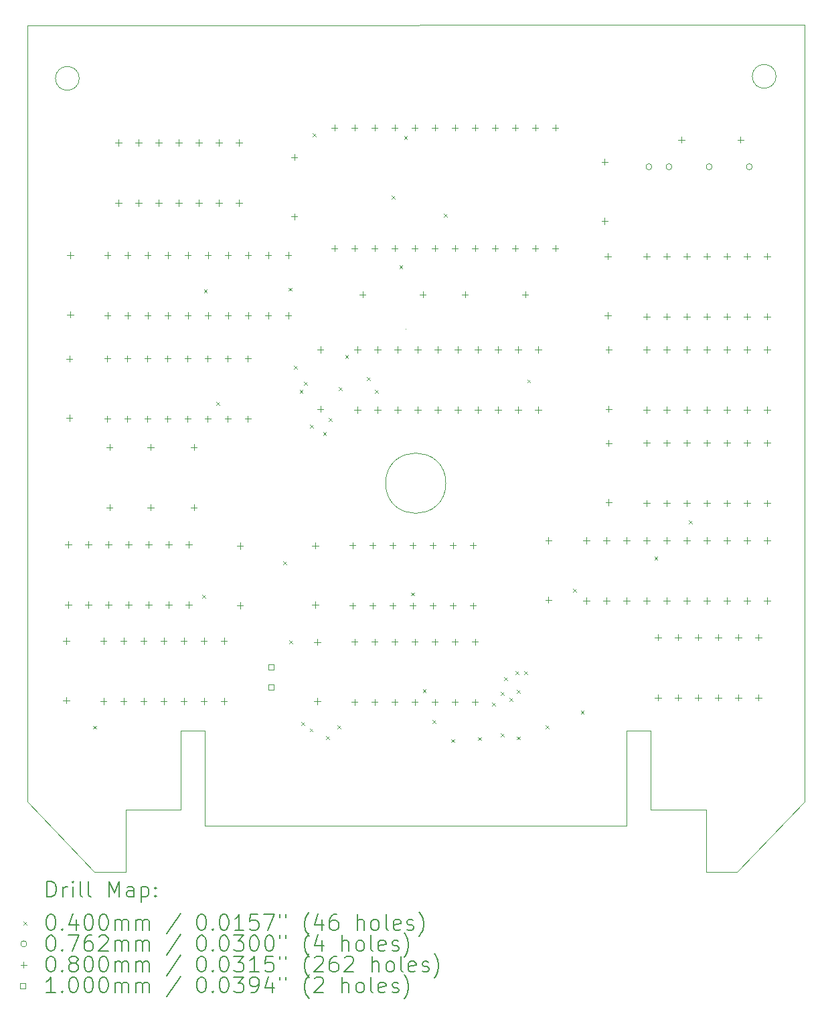
<source format=gbr>
%TF.GenerationSoftware,KiCad,Pcbnew,6.0.9-8da3e8f707~117~ubuntu20.04.1*%
%TF.CreationDate,2023-01-11T13:14:14-05:00*%
%TF.ProjectId,coco9511pak,636f636f-3935-4313-9170-616b2e6b6963,rev?*%
%TF.SameCoordinates,Original*%
%TF.FileFunction,Drillmap*%
%TF.FilePolarity,Positive*%
%FSLAX45Y45*%
G04 Gerber Fmt 4.5, Leading zero omitted, Abs format (unit mm)*
G04 Created by KiCad (PCBNEW 6.0.9-8da3e8f707~117~ubuntu20.04.1) date 2023-01-11 13:14:14*
%MOMM*%
%LPD*%
G01*
G04 APERTURE LIST*
%ADD10C,0.100000*%
%ADD11C,0.200000*%
%ADD12C,0.040000*%
%ADD13C,0.076200*%
%ADD14C,0.080000*%
G04 APERTURE END LIST*
D10*
X3606800Y-16129000D02*
X3911600Y-16129000D01*
X2908300Y-17132300D02*
X3606800Y-17132300D01*
X6451600Y-11049000D02*
G75*
G03*
X6451600Y-11049000I0J0D01*
G01*
X9550400Y-17132300D02*
X9550400Y-16129000D01*
X2514600Y-17919700D02*
X2908300Y-17919700D01*
X3606800Y-17132300D02*
X3606800Y-16129000D01*
X6959600Y-13004800D02*
G75*
G03*
X6959600Y-13004800I-381000J0D01*
G01*
X3911600Y-16129000D02*
X3911600Y-17335500D01*
X3911600Y-17335500D02*
X9245600Y-17335500D01*
X9550400Y-17132300D02*
X10248900Y-17132300D01*
X1663700Y-17034500D02*
X2514600Y-17919700D01*
X11493500Y-7211700D02*
X11493500Y-17030700D01*
X10248900Y-17132300D02*
X10248900Y-17919700D01*
X10248900Y-17919700D02*
X10642600Y-17919700D01*
X10642600Y-17919700D02*
X11493500Y-17030700D01*
X9245600Y-16129000D02*
X9245600Y-17335500D01*
X9245600Y-16129000D02*
X9550400Y-16129000D01*
X2321700Y-7886700D02*
G75*
G03*
X2321700Y-7886700I-150000J0D01*
G01*
X1663700Y-7215500D02*
X11493500Y-7211700D01*
X1663700Y-17034500D02*
X1663700Y-7215500D01*
X11135500Y-7861300D02*
G75*
G03*
X11135500Y-7861300I-150000J0D01*
G01*
X2908300Y-17132300D02*
X2908300Y-17919700D01*
D11*
D12*
X2495890Y-16071490D02*
X2535890Y-16111490D01*
X2535890Y-16071490D02*
X2495890Y-16111490D01*
X3878580Y-14416600D02*
X3918580Y-14456600D01*
X3918580Y-14416600D02*
X3878580Y-14456600D01*
X3899690Y-10552640D02*
X3939690Y-10592640D01*
X3939690Y-10552640D02*
X3899690Y-10592640D01*
X4055700Y-11975840D02*
X4095700Y-12015840D01*
X4095700Y-11975840D02*
X4055700Y-12015840D01*
X4902790Y-13990770D02*
X4942790Y-14030770D01*
X4942790Y-13990770D02*
X4902790Y-14030770D01*
X4968470Y-10533790D02*
X5008470Y-10573790D01*
X5008470Y-10533790D02*
X4968470Y-10573790D01*
X4981650Y-14991400D02*
X5021650Y-15031400D01*
X5021650Y-14991400D02*
X4981650Y-15031400D01*
X5037760Y-11519010D02*
X5077760Y-11559010D01*
X5077760Y-11519010D02*
X5037760Y-11559010D01*
X5110270Y-11825800D02*
X5150270Y-11865800D01*
X5150270Y-11825800D02*
X5110270Y-11865800D01*
X5131200Y-16026470D02*
X5171200Y-16066470D01*
X5171200Y-16026470D02*
X5131200Y-16066470D01*
X5164100Y-11721840D02*
X5204100Y-11761840D01*
X5204100Y-11721840D02*
X5164100Y-11761840D01*
X5236840Y-16105480D02*
X5276840Y-16145480D01*
X5276840Y-16105480D02*
X5236840Y-16145480D01*
X5241240Y-12266860D02*
X5281240Y-12306860D01*
X5281240Y-12266860D02*
X5241240Y-12306860D01*
X5275900Y-8582680D02*
X5315900Y-8622680D01*
X5315900Y-8582680D02*
X5275900Y-8622680D01*
X5407120Y-12356680D02*
X5447120Y-12396680D01*
X5447120Y-12356680D02*
X5407120Y-12396680D01*
X5446240Y-16202170D02*
X5486240Y-16242170D01*
X5486240Y-16202170D02*
X5446240Y-16242170D01*
X5475870Y-12181360D02*
X5515870Y-12221360D01*
X5515870Y-12181360D02*
X5475870Y-12221360D01*
X5586050Y-16064730D02*
X5626050Y-16104730D01*
X5626050Y-16064730D02*
X5586050Y-16104730D01*
X5603520Y-11793370D02*
X5643520Y-11833370D01*
X5643520Y-11793370D02*
X5603520Y-11833370D01*
X5686760Y-11384230D02*
X5726760Y-11424230D01*
X5726760Y-11384230D02*
X5686760Y-11424230D01*
X5961240Y-11666620D02*
X6001240Y-11706620D01*
X6001240Y-11666620D02*
X5961240Y-11706620D01*
X6059970Y-11823500D02*
X6099970Y-11863500D01*
X6099970Y-11823500D02*
X6059970Y-11863500D01*
X6274780Y-9366890D02*
X6314780Y-9406890D01*
X6314780Y-9366890D02*
X6274780Y-9406890D01*
X6370910Y-10248170D02*
X6410910Y-10288170D01*
X6410910Y-10248170D02*
X6370910Y-10288170D01*
X6430170Y-8613460D02*
X6470170Y-8653460D01*
X6470170Y-8613460D02*
X6430170Y-8653460D01*
X6520000Y-14386110D02*
X6560000Y-14426110D01*
X6560000Y-14386110D02*
X6520000Y-14426110D01*
X6667170Y-15612060D02*
X6707170Y-15652060D01*
X6707170Y-15612060D02*
X6667170Y-15652060D01*
X6792300Y-15999080D02*
X6832300Y-16039080D01*
X6832300Y-15999080D02*
X6792300Y-16039080D01*
X6937640Y-9596900D02*
X6977640Y-9636900D01*
X6977640Y-9596900D02*
X6937640Y-9636900D01*
X7028660Y-16241000D02*
X7068660Y-16281000D01*
X7068660Y-16241000D02*
X7028660Y-16281000D01*
X7368350Y-16214250D02*
X7408350Y-16254250D01*
X7408350Y-16214250D02*
X7368350Y-16254250D01*
X7542520Y-15779210D02*
X7582520Y-15819210D01*
X7582520Y-15779210D02*
X7542520Y-15819210D01*
X7656680Y-15645140D02*
X7696680Y-15685140D01*
X7696680Y-15645140D02*
X7656680Y-15685140D01*
X7656680Y-16165220D02*
X7696680Y-16205220D01*
X7696680Y-16165220D02*
X7656680Y-16205220D01*
X7698770Y-15456940D02*
X7738770Y-15496940D01*
X7738770Y-15456940D02*
X7698770Y-15496940D01*
X7765470Y-15717660D02*
X7805470Y-15757660D01*
X7805470Y-15717660D02*
X7765470Y-15757660D01*
X7838580Y-15383740D02*
X7878580Y-15423740D01*
X7878580Y-15383740D02*
X7838580Y-15423740D01*
X7857840Y-15620830D02*
X7897840Y-15660830D01*
X7897840Y-15620830D02*
X7857840Y-15660830D01*
X7857840Y-16205530D02*
X7897840Y-16245530D01*
X7897840Y-16205530D02*
X7857840Y-16245530D01*
X7949240Y-15383060D02*
X7989240Y-15423060D01*
X7989240Y-15383060D02*
X7949240Y-15423060D01*
X7988620Y-11694310D02*
X8028620Y-11734310D01*
X8028620Y-11694310D02*
X7988620Y-11734310D01*
X8222360Y-16064970D02*
X8262360Y-16104970D01*
X8262360Y-16064970D02*
X8222360Y-16104970D01*
X8567470Y-14340630D02*
X8607470Y-14380630D01*
X8607470Y-14340630D02*
X8567470Y-14380630D01*
X8665810Y-15881030D02*
X8705810Y-15921030D01*
X8705810Y-15881030D02*
X8665810Y-15921030D01*
X9598160Y-13930420D02*
X9638160Y-13970420D01*
X9638160Y-13930420D02*
X9598160Y-13970420D01*
X10031950Y-13474670D02*
X10071950Y-13514670D01*
X10071950Y-13474670D02*
X10031950Y-13514670D01*
D13*
X9566200Y-9004300D02*
G75*
G03*
X9566200Y-9004300I-38100J0D01*
G01*
X9820200Y-9004300D02*
G75*
G03*
X9820200Y-9004300I-38100J0D01*
G01*
X10328200Y-9004300D02*
G75*
G03*
X10328200Y-9004300I-38100J0D01*
G01*
X10836200Y-9004300D02*
G75*
G03*
X10836200Y-9004300I-38100J0D01*
G01*
D14*
X2159000Y-14958700D02*
X2159000Y-15038700D01*
X2119000Y-14998700D02*
X2199000Y-14998700D01*
X2159000Y-15708700D02*
X2159000Y-15788700D01*
X2119000Y-15748700D02*
X2199000Y-15748700D01*
X2183900Y-13738500D02*
X2183900Y-13818500D01*
X2143900Y-13778500D02*
X2223900Y-13778500D01*
X2183900Y-14500500D02*
X2183900Y-14580500D01*
X2143900Y-14540500D02*
X2223900Y-14540500D01*
X2197100Y-11390000D02*
X2197100Y-11470000D01*
X2157100Y-11430000D02*
X2237100Y-11430000D01*
X2197100Y-12140000D02*
X2197100Y-12220000D01*
X2157100Y-12180000D02*
X2237100Y-12180000D01*
X2209800Y-10081900D02*
X2209800Y-10161900D01*
X2169800Y-10121900D02*
X2249800Y-10121900D01*
X2209800Y-10831900D02*
X2209800Y-10911900D01*
X2169800Y-10871900D02*
X2249800Y-10871900D01*
X2437900Y-13738500D02*
X2437900Y-13818500D01*
X2397900Y-13778500D02*
X2477900Y-13778500D01*
X2437900Y-14500500D02*
X2437900Y-14580500D01*
X2397900Y-14540500D02*
X2477900Y-14540500D01*
X2628400Y-14957700D02*
X2628400Y-15037700D01*
X2588400Y-14997700D02*
X2668400Y-14997700D01*
X2628400Y-15719700D02*
X2628400Y-15799700D01*
X2588400Y-15759700D02*
X2668400Y-15759700D01*
X2678700Y-11389000D02*
X2678700Y-11469000D01*
X2638700Y-11429000D02*
X2718700Y-11429000D01*
X2678700Y-12151000D02*
X2678700Y-12231000D01*
X2638700Y-12191000D02*
X2718700Y-12191000D01*
X2680200Y-10080900D02*
X2680200Y-10160900D01*
X2640200Y-10120900D02*
X2720200Y-10120900D01*
X2680200Y-10842900D02*
X2680200Y-10922900D01*
X2640200Y-10882900D02*
X2720200Y-10882900D01*
X2691900Y-13738500D02*
X2691900Y-13818500D01*
X2651900Y-13778500D02*
X2731900Y-13778500D01*
X2691900Y-14500500D02*
X2691900Y-14580500D01*
X2651900Y-14540500D02*
X2731900Y-14540500D01*
X2705100Y-12507600D02*
X2705100Y-12587600D01*
X2665100Y-12547600D02*
X2745100Y-12547600D01*
X2705100Y-13269600D02*
X2705100Y-13349600D01*
X2665100Y-13309600D02*
X2745100Y-13309600D01*
X2818900Y-8658500D02*
X2818900Y-8738500D01*
X2778900Y-8698500D02*
X2858900Y-8698500D01*
X2818900Y-9420500D02*
X2818900Y-9500500D01*
X2778900Y-9460500D02*
X2858900Y-9460500D01*
X2882400Y-14957700D02*
X2882400Y-15037700D01*
X2842400Y-14997700D02*
X2922400Y-14997700D01*
X2882400Y-15719700D02*
X2882400Y-15799700D01*
X2842400Y-15759700D02*
X2922400Y-15759700D01*
X2932700Y-11389000D02*
X2932700Y-11469000D01*
X2892700Y-11429000D02*
X2972700Y-11429000D01*
X2932700Y-12151000D02*
X2932700Y-12231000D01*
X2892700Y-12191000D02*
X2972700Y-12191000D01*
X2934200Y-10080900D02*
X2934200Y-10160900D01*
X2894200Y-10120900D02*
X2974200Y-10120900D01*
X2934200Y-10842900D02*
X2934200Y-10922900D01*
X2894200Y-10882900D02*
X2974200Y-10882900D01*
X2945900Y-13738500D02*
X2945900Y-13818500D01*
X2905900Y-13778500D02*
X2985900Y-13778500D01*
X2945900Y-14500500D02*
X2945900Y-14580500D01*
X2905900Y-14540500D02*
X2985900Y-14540500D01*
X3072900Y-8658500D02*
X3072900Y-8738500D01*
X3032900Y-8698500D02*
X3112900Y-8698500D01*
X3072900Y-9420500D02*
X3072900Y-9500500D01*
X3032900Y-9460500D02*
X3112900Y-9460500D01*
X3136400Y-14957700D02*
X3136400Y-15037700D01*
X3096400Y-14997700D02*
X3176400Y-14997700D01*
X3136400Y-15719700D02*
X3136400Y-15799700D01*
X3096400Y-15759700D02*
X3176400Y-15759700D01*
X3186700Y-11389000D02*
X3186700Y-11469000D01*
X3146700Y-11429000D02*
X3226700Y-11429000D01*
X3186700Y-12151000D02*
X3186700Y-12231000D01*
X3146700Y-12191000D02*
X3226700Y-12191000D01*
X3188200Y-10080900D02*
X3188200Y-10160900D01*
X3148200Y-10120900D02*
X3228200Y-10120900D01*
X3188200Y-10842900D02*
X3188200Y-10922900D01*
X3148200Y-10882900D02*
X3228200Y-10882900D01*
X3199900Y-13738500D02*
X3199900Y-13818500D01*
X3159900Y-13778500D02*
X3239900Y-13778500D01*
X3199900Y-14500500D02*
X3199900Y-14580500D01*
X3159900Y-14540500D02*
X3239900Y-14540500D01*
X3225800Y-12507600D02*
X3225800Y-12587600D01*
X3185800Y-12547600D02*
X3265800Y-12547600D01*
X3225800Y-13269600D02*
X3225800Y-13349600D01*
X3185800Y-13309600D02*
X3265800Y-13309600D01*
X3326900Y-8658500D02*
X3326900Y-8738500D01*
X3286900Y-8698500D02*
X3366900Y-8698500D01*
X3326900Y-9420500D02*
X3326900Y-9500500D01*
X3286900Y-9460500D02*
X3366900Y-9460500D01*
X3390400Y-14957700D02*
X3390400Y-15037700D01*
X3350400Y-14997700D02*
X3430400Y-14997700D01*
X3390400Y-15719700D02*
X3390400Y-15799700D01*
X3350400Y-15759700D02*
X3430400Y-15759700D01*
X3440700Y-11389000D02*
X3440700Y-11469000D01*
X3400700Y-11429000D02*
X3480700Y-11429000D01*
X3440700Y-12151000D02*
X3440700Y-12231000D01*
X3400700Y-12191000D02*
X3480700Y-12191000D01*
X3442200Y-10080900D02*
X3442200Y-10160900D01*
X3402200Y-10120900D02*
X3482200Y-10120900D01*
X3442200Y-10842900D02*
X3442200Y-10922900D01*
X3402200Y-10882900D02*
X3482200Y-10882900D01*
X3453900Y-13738500D02*
X3453900Y-13818500D01*
X3413900Y-13778500D02*
X3493900Y-13778500D01*
X3453900Y-14500500D02*
X3453900Y-14580500D01*
X3413900Y-14540500D02*
X3493900Y-14540500D01*
X3580900Y-8658500D02*
X3580900Y-8738500D01*
X3540900Y-8698500D02*
X3620900Y-8698500D01*
X3580900Y-9420500D02*
X3580900Y-9500500D01*
X3540900Y-9460500D02*
X3620900Y-9460500D01*
X3644400Y-14957700D02*
X3644400Y-15037700D01*
X3604400Y-14997700D02*
X3684400Y-14997700D01*
X3644400Y-15719700D02*
X3644400Y-15799700D01*
X3604400Y-15759700D02*
X3684400Y-15759700D01*
X3694700Y-11389000D02*
X3694700Y-11469000D01*
X3654700Y-11429000D02*
X3734700Y-11429000D01*
X3694700Y-12151000D02*
X3694700Y-12231000D01*
X3654700Y-12191000D02*
X3734700Y-12191000D01*
X3696200Y-10080900D02*
X3696200Y-10160900D01*
X3656200Y-10120900D02*
X3736200Y-10120900D01*
X3696200Y-10842900D02*
X3696200Y-10922900D01*
X3656200Y-10882900D02*
X3736200Y-10882900D01*
X3707900Y-13738500D02*
X3707900Y-13818500D01*
X3667900Y-13778500D02*
X3747900Y-13778500D01*
X3707900Y-14500500D02*
X3707900Y-14580500D01*
X3667900Y-14540500D02*
X3747900Y-14540500D01*
X3771900Y-12507600D02*
X3771900Y-12587600D01*
X3731900Y-12547600D02*
X3811900Y-12547600D01*
X3771900Y-13269600D02*
X3771900Y-13349600D01*
X3731900Y-13309600D02*
X3811900Y-13309600D01*
X3834900Y-8658500D02*
X3834900Y-8738500D01*
X3794900Y-8698500D02*
X3874900Y-8698500D01*
X3834900Y-9420500D02*
X3834900Y-9500500D01*
X3794900Y-9460500D02*
X3874900Y-9460500D01*
X3898400Y-14957700D02*
X3898400Y-15037700D01*
X3858400Y-14997700D02*
X3938400Y-14997700D01*
X3898400Y-15719700D02*
X3898400Y-15799700D01*
X3858400Y-15759700D02*
X3938400Y-15759700D01*
X3948700Y-11389000D02*
X3948700Y-11469000D01*
X3908700Y-11429000D02*
X3988700Y-11429000D01*
X3948700Y-12151000D02*
X3948700Y-12231000D01*
X3908700Y-12191000D02*
X3988700Y-12191000D01*
X3950200Y-10080900D02*
X3950200Y-10160900D01*
X3910200Y-10120900D02*
X3990200Y-10120900D01*
X3950200Y-10842900D02*
X3950200Y-10922900D01*
X3910200Y-10882900D02*
X3990200Y-10882900D01*
X4088900Y-8658500D02*
X4088900Y-8738500D01*
X4048900Y-8698500D02*
X4128900Y-8698500D01*
X4088900Y-9420500D02*
X4088900Y-9500500D01*
X4048900Y-9460500D02*
X4128900Y-9460500D01*
X4152400Y-14957700D02*
X4152400Y-15037700D01*
X4112400Y-14997700D02*
X4192400Y-14997700D01*
X4152400Y-15719700D02*
X4152400Y-15799700D01*
X4112400Y-15759700D02*
X4192400Y-15759700D01*
X4202700Y-11389000D02*
X4202700Y-11469000D01*
X4162700Y-11429000D02*
X4242700Y-11429000D01*
X4202700Y-12151000D02*
X4202700Y-12231000D01*
X4162700Y-12191000D02*
X4242700Y-12191000D01*
X4204200Y-10080900D02*
X4204200Y-10160900D01*
X4164200Y-10120900D02*
X4244200Y-10120900D01*
X4204200Y-10842900D02*
X4204200Y-10922900D01*
X4164200Y-10882900D02*
X4244200Y-10882900D01*
X4342900Y-8658500D02*
X4342900Y-8738500D01*
X4302900Y-8698500D02*
X4382900Y-8698500D01*
X4342900Y-9420500D02*
X4342900Y-9500500D01*
X4302900Y-9460500D02*
X4382900Y-9460500D01*
X4356100Y-13758200D02*
X4356100Y-13838200D01*
X4316100Y-13798200D02*
X4396100Y-13798200D01*
X4356100Y-14508200D02*
X4356100Y-14588200D01*
X4316100Y-14548200D02*
X4396100Y-14548200D01*
X4456700Y-11389000D02*
X4456700Y-11469000D01*
X4416700Y-11429000D02*
X4496700Y-11429000D01*
X4456700Y-12151000D02*
X4456700Y-12231000D01*
X4416700Y-12191000D02*
X4496700Y-12191000D01*
X4458200Y-10080900D02*
X4458200Y-10160900D01*
X4418200Y-10120900D02*
X4498200Y-10120900D01*
X4458200Y-10842900D02*
X4458200Y-10922900D01*
X4418200Y-10882900D02*
X4498200Y-10882900D01*
X4712200Y-10080900D02*
X4712200Y-10160900D01*
X4672200Y-10120900D02*
X4752200Y-10120900D01*
X4712200Y-10842900D02*
X4712200Y-10922900D01*
X4672200Y-10882900D02*
X4752200Y-10882900D01*
X4966200Y-10080900D02*
X4966200Y-10160900D01*
X4926200Y-10120900D02*
X5006200Y-10120900D01*
X4966200Y-10842900D02*
X4966200Y-10922900D01*
X4926200Y-10882900D02*
X5006200Y-10882900D01*
X5041900Y-8843300D02*
X5041900Y-8923300D01*
X5001900Y-8883300D02*
X5081900Y-8883300D01*
X5041900Y-9593300D02*
X5041900Y-9673300D01*
X5001900Y-9633300D02*
X5081900Y-9633300D01*
X5308600Y-13752200D02*
X5308600Y-13832200D01*
X5268600Y-13792200D02*
X5348600Y-13792200D01*
X5308600Y-14502200D02*
X5308600Y-14582200D01*
X5268600Y-14542200D02*
X5348600Y-14542200D01*
X5334000Y-14971400D02*
X5334000Y-15051400D01*
X5294000Y-15011400D02*
X5374000Y-15011400D01*
X5334000Y-15721400D02*
X5334000Y-15801400D01*
X5294000Y-15761400D02*
X5374000Y-15761400D01*
X5372100Y-11275700D02*
X5372100Y-11355700D01*
X5332100Y-11315700D02*
X5412100Y-11315700D01*
X5372100Y-12025700D02*
X5372100Y-12105700D01*
X5332100Y-12065700D02*
X5412100Y-12065700D01*
X5549900Y-8469000D02*
X5549900Y-8549000D01*
X5509900Y-8509000D02*
X5589900Y-8509000D01*
X5549900Y-9993000D02*
X5549900Y-10073000D01*
X5509900Y-10033000D02*
X5589900Y-10033000D01*
X5778000Y-13751200D02*
X5778000Y-13831200D01*
X5738000Y-13791200D02*
X5818000Y-13791200D01*
X5778000Y-14513200D02*
X5778000Y-14593200D01*
X5738000Y-14553200D02*
X5818000Y-14553200D01*
X5803400Y-14970400D02*
X5803400Y-15050400D01*
X5763400Y-15010400D02*
X5843400Y-15010400D01*
X5803400Y-15732400D02*
X5803400Y-15812400D01*
X5763400Y-15772400D02*
X5843400Y-15772400D01*
X5803900Y-8469000D02*
X5803900Y-8549000D01*
X5763900Y-8509000D02*
X5843900Y-8509000D01*
X5803900Y-9993000D02*
X5803900Y-10073000D01*
X5763900Y-10033000D02*
X5843900Y-10033000D01*
X5842500Y-11274700D02*
X5842500Y-11354700D01*
X5802500Y-11314700D02*
X5882500Y-11314700D01*
X5842500Y-12036700D02*
X5842500Y-12116700D01*
X5802500Y-12076700D02*
X5882500Y-12076700D01*
X5905500Y-10577200D02*
X5905500Y-10657200D01*
X5865500Y-10617200D02*
X5945500Y-10617200D01*
X6032000Y-13751200D02*
X6032000Y-13831200D01*
X5992000Y-13791200D02*
X6072000Y-13791200D01*
X6032000Y-14513200D02*
X6032000Y-14593200D01*
X5992000Y-14553200D02*
X6072000Y-14553200D01*
X6057400Y-14970400D02*
X6057400Y-15050400D01*
X6017400Y-15010400D02*
X6097400Y-15010400D01*
X6057400Y-15732400D02*
X6057400Y-15812400D01*
X6017400Y-15772400D02*
X6097400Y-15772400D01*
X6057900Y-8469000D02*
X6057900Y-8549000D01*
X6017900Y-8509000D02*
X6097900Y-8509000D01*
X6057900Y-9993000D02*
X6057900Y-10073000D01*
X6017900Y-10033000D02*
X6097900Y-10033000D01*
X6096500Y-11274700D02*
X6096500Y-11354700D01*
X6056500Y-11314700D02*
X6136500Y-11314700D01*
X6096500Y-12036700D02*
X6096500Y-12116700D01*
X6056500Y-12076700D02*
X6136500Y-12076700D01*
X6286000Y-13751200D02*
X6286000Y-13831200D01*
X6246000Y-13791200D02*
X6326000Y-13791200D01*
X6286000Y-14513200D02*
X6286000Y-14593200D01*
X6246000Y-14553200D02*
X6326000Y-14553200D01*
X6311400Y-14970400D02*
X6311400Y-15050400D01*
X6271400Y-15010400D02*
X6351400Y-15010400D01*
X6311400Y-15732400D02*
X6311400Y-15812400D01*
X6271400Y-15772400D02*
X6351400Y-15772400D01*
X6311900Y-8469000D02*
X6311900Y-8549000D01*
X6271900Y-8509000D02*
X6351900Y-8509000D01*
X6311900Y-9993000D02*
X6311900Y-10073000D01*
X6271900Y-10033000D02*
X6351900Y-10033000D01*
X6350500Y-11274700D02*
X6350500Y-11354700D01*
X6310500Y-11314700D02*
X6390500Y-11314700D01*
X6350500Y-12036700D02*
X6350500Y-12116700D01*
X6310500Y-12076700D02*
X6390500Y-12076700D01*
X6540000Y-13751200D02*
X6540000Y-13831200D01*
X6500000Y-13791200D02*
X6580000Y-13791200D01*
X6540000Y-14513200D02*
X6540000Y-14593200D01*
X6500000Y-14553200D02*
X6580000Y-14553200D01*
X6565400Y-14970400D02*
X6565400Y-15050400D01*
X6525400Y-15010400D02*
X6605400Y-15010400D01*
X6565400Y-15732400D02*
X6565400Y-15812400D01*
X6525400Y-15772400D02*
X6605400Y-15772400D01*
X6565900Y-8469000D02*
X6565900Y-8549000D01*
X6525900Y-8509000D02*
X6605900Y-8509000D01*
X6565900Y-9993000D02*
X6565900Y-10073000D01*
X6525900Y-10033000D02*
X6605900Y-10033000D01*
X6604500Y-11274700D02*
X6604500Y-11354700D01*
X6564500Y-11314700D02*
X6644500Y-11314700D01*
X6604500Y-12036700D02*
X6604500Y-12116700D01*
X6564500Y-12076700D02*
X6644500Y-12076700D01*
X6667500Y-10577200D02*
X6667500Y-10657200D01*
X6627500Y-10617200D02*
X6707500Y-10617200D01*
X6794000Y-13751200D02*
X6794000Y-13831200D01*
X6754000Y-13791200D02*
X6834000Y-13791200D01*
X6794000Y-14513200D02*
X6794000Y-14593200D01*
X6754000Y-14553200D02*
X6834000Y-14553200D01*
X6819400Y-14970400D02*
X6819400Y-15050400D01*
X6779400Y-15010400D02*
X6859400Y-15010400D01*
X6819400Y-15732400D02*
X6819400Y-15812400D01*
X6779400Y-15772400D02*
X6859400Y-15772400D01*
X6819900Y-8469000D02*
X6819900Y-8549000D01*
X6779900Y-8509000D02*
X6859900Y-8509000D01*
X6819900Y-9993000D02*
X6819900Y-10073000D01*
X6779900Y-10033000D02*
X6859900Y-10033000D01*
X6858500Y-11274700D02*
X6858500Y-11354700D01*
X6818500Y-11314700D02*
X6898500Y-11314700D01*
X6858500Y-12036700D02*
X6858500Y-12116700D01*
X6818500Y-12076700D02*
X6898500Y-12076700D01*
X7048000Y-13751200D02*
X7048000Y-13831200D01*
X7008000Y-13791200D02*
X7088000Y-13791200D01*
X7048000Y-14513200D02*
X7048000Y-14593200D01*
X7008000Y-14553200D02*
X7088000Y-14553200D01*
X7073400Y-14970400D02*
X7073400Y-15050400D01*
X7033400Y-15010400D02*
X7113400Y-15010400D01*
X7073400Y-15732400D02*
X7073400Y-15812400D01*
X7033400Y-15772400D02*
X7113400Y-15772400D01*
X7073900Y-8469000D02*
X7073900Y-8549000D01*
X7033900Y-8509000D02*
X7113900Y-8509000D01*
X7073900Y-9993000D02*
X7073900Y-10073000D01*
X7033900Y-10033000D02*
X7113900Y-10033000D01*
X7112500Y-11274700D02*
X7112500Y-11354700D01*
X7072500Y-11314700D02*
X7152500Y-11314700D01*
X7112500Y-12036700D02*
X7112500Y-12116700D01*
X7072500Y-12076700D02*
X7152500Y-12076700D01*
X7200900Y-10577200D02*
X7200900Y-10657200D01*
X7160900Y-10617200D02*
X7240900Y-10617200D01*
X7302000Y-13751200D02*
X7302000Y-13831200D01*
X7262000Y-13791200D02*
X7342000Y-13791200D01*
X7302000Y-14513200D02*
X7302000Y-14593200D01*
X7262000Y-14553200D02*
X7342000Y-14553200D01*
X7327400Y-14970400D02*
X7327400Y-15050400D01*
X7287400Y-15010400D02*
X7367400Y-15010400D01*
X7327400Y-15732400D02*
X7327400Y-15812400D01*
X7287400Y-15772400D02*
X7367400Y-15772400D01*
X7327900Y-8469000D02*
X7327900Y-8549000D01*
X7287900Y-8509000D02*
X7367900Y-8509000D01*
X7327900Y-9993000D02*
X7327900Y-10073000D01*
X7287900Y-10033000D02*
X7367900Y-10033000D01*
X7366500Y-11274700D02*
X7366500Y-11354700D01*
X7326500Y-11314700D02*
X7406500Y-11314700D01*
X7366500Y-12036700D02*
X7366500Y-12116700D01*
X7326500Y-12076700D02*
X7406500Y-12076700D01*
X7581900Y-8469000D02*
X7581900Y-8549000D01*
X7541900Y-8509000D02*
X7621900Y-8509000D01*
X7581900Y-9993000D02*
X7581900Y-10073000D01*
X7541900Y-10033000D02*
X7621900Y-10033000D01*
X7620500Y-11274700D02*
X7620500Y-11354700D01*
X7580500Y-11314700D02*
X7660500Y-11314700D01*
X7620500Y-12036700D02*
X7620500Y-12116700D01*
X7580500Y-12076700D02*
X7660500Y-12076700D01*
X7835900Y-8469000D02*
X7835900Y-8549000D01*
X7795900Y-8509000D02*
X7875900Y-8509000D01*
X7835900Y-9993000D02*
X7835900Y-10073000D01*
X7795900Y-10033000D02*
X7875900Y-10033000D01*
X7874500Y-11274700D02*
X7874500Y-11354700D01*
X7834500Y-11314700D02*
X7914500Y-11314700D01*
X7874500Y-12036700D02*
X7874500Y-12116700D01*
X7834500Y-12076700D02*
X7914500Y-12076700D01*
X7962900Y-10577200D02*
X7962900Y-10657200D01*
X7922900Y-10617200D02*
X8002900Y-10617200D01*
X8089900Y-8469000D02*
X8089900Y-8549000D01*
X8049900Y-8509000D02*
X8129900Y-8509000D01*
X8089900Y-9993000D02*
X8089900Y-10073000D01*
X8049900Y-10033000D02*
X8129900Y-10033000D01*
X8128500Y-11274700D02*
X8128500Y-11354700D01*
X8088500Y-11314700D02*
X8168500Y-11314700D01*
X8128500Y-12036700D02*
X8128500Y-12116700D01*
X8088500Y-12076700D02*
X8168500Y-12076700D01*
X8258100Y-13688700D02*
X8258100Y-13768700D01*
X8218100Y-13728700D02*
X8298100Y-13728700D01*
X8258100Y-14438700D02*
X8258100Y-14518700D01*
X8218100Y-14478700D02*
X8298100Y-14478700D01*
X8343900Y-8469000D02*
X8343900Y-8549000D01*
X8303900Y-8509000D02*
X8383900Y-8509000D01*
X8343900Y-9993000D02*
X8343900Y-10073000D01*
X8303900Y-10033000D02*
X8383900Y-10033000D01*
X8737600Y-13688700D02*
X8737600Y-13768700D01*
X8697600Y-13728700D02*
X8777600Y-13728700D01*
X8737600Y-14450700D02*
X8737600Y-14530700D01*
X8697600Y-14490700D02*
X8777600Y-14490700D01*
X8969300Y-8900800D02*
X8969300Y-8980800D01*
X8929300Y-8940800D02*
X9009300Y-8940800D01*
X8969300Y-9650800D02*
X8969300Y-9730800D01*
X8929300Y-9690800D02*
X9009300Y-9690800D01*
X8991600Y-13688700D02*
X8991600Y-13768700D01*
X8951600Y-13728700D02*
X9031600Y-13728700D01*
X8991600Y-14450700D02*
X8991600Y-14530700D01*
X8951600Y-14490700D02*
X9031600Y-14490700D01*
X9007400Y-10094600D02*
X9007400Y-10174600D01*
X8967400Y-10134600D02*
X9047400Y-10134600D01*
X9007400Y-10844600D02*
X9007400Y-10924600D01*
X8967400Y-10884600D02*
X9047400Y-10884600D01*
X9020100Y-11275700D02*
X9020100Y-11355700D01*
X8980100Y-11315700D02*
X9060100Y-11315700D01*
X9020100Y-12025700D02*
X9020100Y-12105700D01*
X8980100Y-12065700D02*
X9060100Y-12065700D01*
X9020100Y-12456800D02*
X9020100Y-12536800D01*
X8980100Y-12496800D02*
X9060100Y-12496800D01*
X9020100Y-13206800D02*
X9020100Y-13286800D01*
X8980100Y-13246800D02*
X9060100Y-13246800D01*
X9245600Y-13688700D02*
X9245600Y-13768700D01*
X9205600Y-13728700D02*
X9285600Y-13728700D01*
X9245600Y-14450700D02*
X9245600Y-14530700D01*
X9205600Y-14490700D02*
X9285600Y-14490700D01*
X9497600Y-10094600D02*
X9497600Y-10174600D01*
X9457600Y-10134600D02*
X9537600Y-10134600D01*
X9497600Y-10856600D02*
X9497600Y-10936600D01*
X9457600Y-10896600D02*
X9537600Y-10896600D01*
X9497600Y-11274700D02*
X9497600Y-11354700D01*
X9457600Y-11314700D02*
X9537600Y-11314700D01*
X9497600Y-12036700D02*
X9497600Y-12116700D01*
X9457600Y-12076700D02*
X9537600Y-12076700D01*
X9497600Y-12455800D02*
X9497600Y-12535800D01*
X9457600Y-12495800D02*
X9537600Y-12495800D01*
X9497600Y-13217800D02*
X9497600Y-13297800D01*
X9457600Y-13257800D02*
X9537600Y-13257800D01*
X9499600Y-13688700D02*
X9499600Y-13768700D01*
X9459600Y-13728700D02*
X9539600Y-13728700D01*
X9499600Y-14450700D02*
X9499600Y-14530700D01*
X9459600Y-14490700D02*
X9539600Y-14490700D01*
X9642600Y-14912150D02*
X9642600Y-14992150D01*
X9602600Y-14952150D02*
X9682600Y-14952150D01*
X9642600Y-15674150D02*
X9642600Y-15754150D01*
X9602600Y-15714150D02*
X9682600Y-15714150D01*
X9751600Y-10094600D02*
X9751600Y-10174600D01*
X9711600Y-10134600D02*
X9791600Y-10134600D01*
X9751600Y-10856600D02*
X9751600Y-10936600D01*
X9711600Y-10896600D02*
X9791600Y-10896600D01*
X9751600Y-11274700D02*
X9751600Y-11354700D01*
X9711600Y-11314700D02*
X9791600Y-11314700D01*
X9751600Y-12036700D02*
X9751600Y-12116700D01*
X9711600Y-12076700D02*
X9791600Y-12076700D01*
X9751600Y-12455800D02*
X9751600Y-12535800D01*
X9711600Y-12495800D02*
X9791600Y-12495800D01*
X9751600Y-13217800D02*
X9751600Y-13297800D01*
X9711600Y-13257800D02*
X9791600Y-13257800D01*
X9753600Y-13688700D02*
X9753600Y-13768700D01*
X9713600Y-13728700D02*
X9793600Y-13728700D01*
X9753600Y-14450700D02*
X9753600Y-14530700D01*
X9713600Y-14490700D02*
X9793600Y-14490700D01*
X9896600Y-14912150D02*
X9896600Y-14992150D01*
X9856600Y-14952150D02*
X9936600Y-14952150D01*
X9896600Y-15674150D02*
X9896600Y-15754150D01*
X9856600Y-15714150D02*
X9936600Y-15714150D01*
X9937400Y-8621400D02*
X9937400Y-8701400D01*
X9897400Y-8661400D02*
X9977400Y-8661400D01*
X10005600Y-10094600D02*
X10005600Y-10174600D01*
X9965600Y-10134600D02*
X10045600Y-10134600D01*
X10005600Y-10856600D02*
X10005600Y-10936600D01*
X9965600Y-10896600D02*
X10045600Y-10896600D01*
X10005600Y-11274700D02*
X10005600Y-11354700D01*
X9965600Y-11314700D02*
X10045600Y-11314700D01*
X10005600Y-12036700D02*
X10005600Y-12116700D01*
X9965600Y-12076700D02*
X10045600Y-12076700D01*
X10005600Y-12455800D02*
X10005600Y-12535800D01*
X9965600Y-12495800D02*
X10045600Y-12495800D01*
X10005600Y-13217800D02*
X10005600Y-13297800D01*
X9965600Y-13257800D02*
X10045600Y-13257800D01*
X10007600Y-13688700D02*
X10007600Y-13768700D01*
X9967600Y-13728700D02*
X10047600Y-13728700D01*
X10007600Y-14450700D02*
X10007600Y-14530700D01*
X9967600Y-14490700D02*
X10047600Y-14490700D01*
X10150600Y-14912150D02*
X10150600Y-14992150D01*
X10110600Y-14952150D02*
X10190600Y-14952150D01*
X10150600Y-15674150D02*
X10150600Y-15754150D01*
X10110600Y-15714150D02*
X10190600Y-15714150D01*
X10259600Y-10094600D02*
X10259600Y-10174600D01*
X10219600Y-10134600D02*
X10299600Y-10134600D01*
X10259600Y-10856600D02*
X10259600Y-10936600D01*
X10219600Y-10896600D02*
X10299600Y-10896600D01*
X10259600Y-11274700D02*
X10259600Y-11354700D01*
X10219600Y-11314700D02*
X10299600Y-11314700D01*
X10259600Y-12036700D02*
X10259600Y-12116700D01*
X10219600Y-12076700D02*
X10299600Y-12076700D01*
X10259600Y-12455800D02*
X10259600Y-12535800D01*
X10219600Y-12495800D02*
X10299600Y-12495800D01*
X10259600Y-13217800D02*
X10259600Y-13297800D01*
X10219600Y-13257800D02*
X10299600Y-13257800D01*
X10261600Y-13688700D02*
X10261600Y-13768700D01*
X10221600Y-13728700D02*
X10301600Y-13728700D01*
X10261600Y-14450700D02*
X10261600Y-14530700D01*
X10221600Y-14490700D02*
X10301600Y-14490700D01*
X10404600Y-14912150D02*
X10404600Y-14992150D01*
X10364600Y-14952150D02*
X10444600Y-14952150D01*
X10404600Y-15674150D02*
X10404600Y-15754150D01*
X10364600Y-15714150D02*
X10444600Y-15714150D01*
X10513600Y-10094600D02*
X10513600Y-10174600D01*
X10473600Y-10134600D02*
X10553600Y-10134600D01*
X10513600Y-10856600D02*
X10513600Y-10936600D01*
X10473600Y-10896600D02*
X10553600Y-10896600D01*
X10513600Y-11274700D02*
X10513600Y-11354700D01*
X10473600Y-11314700D02*
X10553600Y-11314700D01*
X10513600Y-12036700D02*
X10513600Y-12116700D01*
X10473600Y-12076700D02*
X10553600Y-12076700D01*
X10513600Y-12455800D02*
X10513600Y-12535800D01*
X10473600Y-12495800D02*
X10553600Y-12495800D01*
X10513600Y-13217800D02*
X10513600Y-13297800D01*
X10473600Y-13257800D02*
X10553600Y-13257800D01*
X10515600Y-13688700D02*
X10515600Y-13768700D01*
X10475600Y-13728700D02*
X10555600Y-13728700D01*
X10515600Y-14450700D02*
X10515600Y-14530700D01*
X10475600Y-14490700D02*
X10555600Y-14490700D01*
X10658600Y-14912150D02*
X10658600Y-14992150D01*
X10618600Y-14952150D02*
X10698600Y-14952150D01*
X10658600Y-15674150D02*
X10658600Y-15754150D01*
X10618600Y-15714150D02*
X10698600Y-15714150D01*
X10687400Y-8621400D02*
X10687400Y-8701400D01*
X10647400Y-8661400D02*
X10727400Y-8661400D01*
X10767600Y-10094600D02*
X10767600Y-10174600D01*
X10727600Y-10134600D02*
X10807600Y-10134600D01*
X10767600Y-10856600D02*
X10767600Y-10936600D01*
X10727600Y-10896600D02*
X10807600Y-10896600D01*
X10767600Y-11274700D02*
X10767600Y-11354700D01*
X10727600Y-11314700D02*
X10807600Y-11314700D01*
X10767600Y-12036700D02*
X10767600Y-12116700D01*
X10727600Y-12076700D02*
X10807600Y-12076700D01*
X10767600Y-12455800D02*
X10767600Y-12535800D01*
X10727600Y-12495800D02*
X10807600Y-12495800D01*
X10767600Y-13217800D02*
X10767600Y-13297800D01*
X10727600Y-13257800D02*
X10807600Y-13257800D01*
X10769600Y-13688700D02*
X10769600Y-13768700D01*
X10729600Y-13728700D02*
X10809600Y-13728700D01*
X10769600Y-14450700D02*
X10769600Y-14530700D01*
X10729600Y-14490700D02*
X10809600Y-14490700D01*
X10912600Y-14912150D02*
X10912600Y-14992150D01*
X10872600Y-14952150D02*
X10952600Y-14952150D01*
X10912600Y-15674150D02*
X10912600Y-15754150D01*
X10872600Y-15714150D02*
X10952600Y-15714150D01*
X11021600Y-10094600D02*
X11021600Y-10174600D01*
X10981600Y-10134600D02*
X11061600Y-10134600D01*
X11021600Y-10856600D02*
X11021600Y-10936600D01*
X10981600Y-10896600D02*
X11061600Y-10896600D01*
X11021600Y-11274700D02*
X11021600Y-11354700D01*
X10981600Y-11314700D02*
X11061600Y-11314700D01*
X11021600Y-12036700D02*
X11021600Y-12116700D01*
X10981600Y-12076700D02*
X11061600Y-12076700D01*
X11021600Y-12455800D02*
X11021600Y-12535800D01*
X10981600Y-12495800D02*
X11061600Y-12495800D01*
X11021600Y-13217800D02*
X11021600Y-13297800D01*
X10981600Y-13257800D02*
X11061600Y-13257800D01*
X11023600Y-13688700D02*
X11023600Y-13768700D01*
X10983600Y-13728700D02*
X11063600Y-13728700D01*
X11023600Y-14450700D02*
X11023600Y-14530700D01*
X10983600Y-14490700D02*
X11063600Y-14490700D01*
D10*
X4785156Y-15364756D02*
X4785156Y-15294044D01*
X4714444Y-15294044D01*
X4714444Y-15364756D01*
X4785156Y-15364756D01*
X4785156Y-15618756D02*
X4785156Y-15548044D01*
X4714444Y-15548044D01*
X4714444Y-15618756D01*
X4785156Y-15618756D01*
D11*
X1916319Y-18235176D02*
X1916319Y-18035176D01*
X1963938Y-18035176D01*
X1992509Y-18044700D01*
X2011557Y-18063748D01*
X2021081Y-18082795D01*
X2030605Y-18120890D01*
X2030605Y-18149462D01*
X2021081Y-18187557D01*
X2011557Y-18206605D01*
X1992509Y-18225652D01*
X1963938Y-18235176D01*
X1916319Y-18235176D01*
X2116319Y-18235176D02*
X2116319Y-18101843D01*
X2116319Y-18139938D02*
X2125843Y-18120890D01*
X2135367Y-18111367D01*
X2154414Y-18101843D01*
X2173462Y-18101843D01*
X2240129Y-18235176D02*
X2240129Y-18101843D01*
X2240129Y-18035176D02*
X2230605Y-18044700D01*
X2240129Y-18054224D01*
X2249652Y-18044700D01*
X2240129Y-18035176D01*
X2240129Y-18054224D01*
X2363938Y-18235176D02*
X2344890Y-18225652D01*
X2335367Y-18206605D01*
X2335367Y-18035176D01*
X2468700Y-18235176D02*
X2449652Y-18225652D01*
X2440129Y-18206605D01*
X2440129Y-18035176D01*
X2697271Y-18235176D02*
X2697271Y-18035176D01*
X2763938Y-18178033D01*
X2830605Y-18035176D01*
X2830605Y-18235176D01*
X3011557Y-18235176D02*
X3011557Y-18130414D01*
X3002033Y-18111367D01*
X2982986Y-18101843D01*
X2944890Y-18101843D01*
X2925843Y-18111367D01*
X3011557Y-18225652D02*
X2992509Y-18235176D01*
X2944890Y-18235176D01*
X2925843Y-18225652D01*
X2916319Y-18206605D01*
X2916319Y-18187557D01*
X2925843Y-18168510D01*
X2944890Y-18158986D01*
X2992509Y-18158986D01*
X3011557Y-18149462D01*
X3106795Y-18101843D02*
X3106795Y-18301843D01*
X3106795Y-18111367D02*
X3125843Y-18101843D01*
X3163938Y-18101843D01*
X3182986Y-18111367D01*
X3192509Y-18120890D01*
X3202033Y-18139938D01*
X3202033Y-18197081D01*
X3192509Y-18216129D01*
X3182986Y-18225652D01*
X3163938Y-18235176D01*
X3125843Y-18235176D01*
X3106795Y-18225652D01*
X3287748Y-18216129D02*
X3297271Y-18225652D01*
X3287748Y-18235176D01*
X3278224Y-18225652D01*
X3287748Y-18216129D01*
X3287748Y-18235176D01*
X3287748Y-18111367D02*
X3297271Y-18120890D01*
X3287748Y-18130414D01*
X3278224Y-18120890D01*
X3287748Y-18111367D01*
X3287748Y-18130414D01*
D12*
X1618700Y-18544700D02*
X1658700Y-18584700D01*
X1658700Y-18544700D02*
X1618700Y-18584700D01*
D11*
X1954414Y-18455176D02*
X1973462Y-18455176D01*
X1992509Y-18464700D01*
X2002033Y-18474224D01*
X2011557Y-18493271D01*
X2021081Y-18531367D01*
X2021081Y-18578986D01*
X2011557Y-18617081D01*
X2002033Y-18636129D01*
X1992509Y-18645652D01*
X1973462Y-18655176D01*
X1954414Y-18655176D01*
X1935367Y-18645652D01*
X1925843Y-18636129D01*
X1916319Y-18617081D01*
X1906795Y-18578986D01*
X1906795Y-18531367D01*
X1916319Y-18493271D01*
X1925843Y-18474224D01*
X1935367Y-18464700D01*
X1954414Y-18455176D01*
X2106795Y-18636129D02*
X2116319Y-18645652D01*
X2106795Y-18655176D01*
X2097271Y-18645652D01*
X2106795Y-18636129D01*
X2106795Y-18655176D01*
X2287748Y-18521843D02*
X2287748Y-18655176D01*
X2240129Y-18445652D02*
X2192510Y-18588510D01*
X2316319Y-18588510D01*
X2430605Y-18455176D02*
X2449652Y-18455176D01*
X2468700Y-18464700D01*
X2478224Y-18474224D01*
X2487748Y-18493271D01*
X2497271Y-18531367D01*
X2497271Y-18578986D01*
X2487748Y-18617081D01*
X2478224Y-18636129D01*
X2468700Y-18645652D01*
X2449652Y-18655176D01*
X2430605Y-18655176D01*
X2411557Y-18645652D01*
X2402033Y-18636129D01*
X2392510Y-18617081D01*
X2382986Y-18578986D01*
X2382986Y-18531367D01*
X2392510Y-18493271D01*
X2402033Y-18474224D01*
X2411557Y-18464700D01*
X2430605Y-18455176D01*
X2621081Y-18455176D02*
X2640129Y-18455176D01*
X2659176Y-18464700D01*
X2668700Y-18474224D01*
X2678224Y-18493271D01*
X2687748Y-18531367D01*
X2687748Y-18578986D01*
X2678224Y-18617081D01*
X2668700Y-18636129D01*
X2659176Y-18645652D01*
X2640129Y-18655176D01*
X2621081Y-18655176D01*
X2602033Y-18645652D01*
X2592510Y-18636129D01*
X2582986Y-18617081D01*
X2573462Y-18578986D01*
X2573462Y-18531367D01*
X2582986Y-18493271D01*
X2592510Y-18474224D01*
X2602033Y-18464700D01*
X2621081Y-18455176D01*
X2773462Y-18655176D02*
X2773462Y-18521843D01*
X2773462Y-18540890D02*
X2782986Y-18531367D01*
X2802033Y-18521843D01*
X2830605Y-18521843D01*
X2849652Y-18531367D01*
X2859176Y-18550414D01*
X2859176Y-18655176D01*
X2859176Y-18550414D02*
X2868700Y-18531367D01*
X2887748Y-18521843D01*
X2916319Y-18521843D01*
X2935367Y-18531367D01*
X2944890Y-18550414D01*
X2944890Y-18655176D01*
X3040128Y-18655176D02*
X3040128Y-18521843D01*
X3040128Y-18540890D02*
X3049652Y-18531367D01*
X3068700Y-18521843D01*
X3097271Y-18521843D01*
X3116319Y-18531367D01*
X3125843Y-18550414D01*
X3125843Y-18655176D01*
X3125843Y-18550414D02*
X3135367Y-18531367D01*
X3154414Y-18521843D01*
X3182986Y-18521843D01*
X3202033Y-18531367D01*
X3211557Y-18550414D01*
X3211557Y-18655176D01*
X3602033Y-18445652D02*
X3430605Y-18702795D01*
X3859176Y-18455176D02*
X3878224Y-18455176D01*
X3897271Y-18464700D01*
X3906795Y-18474224D01*
X3916319Y-18493271D01*
X3925843Y-18531367D01*
X3925843Y-18578986D01*
X3916319Y-18617081D01*
X3906795Y-18636129D01*
X3897271Y-18645652D01*
X3878224Y-18655176D01*
X3859176Y-18655176D01*
X3840128Y-18645652D01*
X3830605Y-18636129D01*
X3821081Y-18617081D01*
X3811557Y-18578986D01*
X3811557Y-18531367D01*
X3821081Y-18493271D01*
X3830605Y-18474224D01*
X3840128Y-18464700D01*
X3859176Y-18455176D01*
X4011557Y-18636129D02*
X4021081Y-18645652D01*
X4011557Y-18655176D01*
X4002033Y-18645652D01*
X4011557Y-18636129D01*
X4011557Y-18655176D01*
X4144890Y-18455176D02*
X4163938Y-18455176D01*
X4182986Y-18464700D01*
X4192509Y-18474224D01*
X4202033Y-18493271D01*
X4211557Y-18531367D01*
X4211557Y-18578986D01*
X4202033Y-18617081D01*
X4192509Y-18636129D01*
X4182986Y-18645652D01*
X4163938Y-18655176D01*
X4144890Y-18655176D01*
X4125843Y-18645652D01*
X4116319Y-18636129D01*
X4106795Y-18617081D01*
X4097271Y-18578986D01*
X4097271Y-18531367D01*
X4106795Y-18493271D01*
X4116319Y-18474224D01*
X4125843Y-18464700D01*
X4144890Y-18455176D01*
X4402033Y-18655176D02*
X4287748Y-18655176D01*
X4344890Y-18655176D02*
X4344890Y-18455176D01*
X4325843Y-18483748D01*
X4306795Y-18502795D01*
X4287748Y-18512319D01*
X4582986Y-18455176D02*
X4487748Y-18455176D01*
X4478224Y-18550414D01*
X4487748Y-18540890D01*
X4506795Y-18531367D01*
X4554414Y-18531367D01*
X4573462Y-18540890D01*
X4582986Y-18550414D01*
X4592510Y-18569462D01*
X4592510Y-18617081D01*
X4582986Y-18636129D01*
X4573462Y-18645652D01*
X4554414Y-18655176D01*
X4506795Y-18655176D01*
X4487748Y-18645652D01*
X4478224Y-18636129D01*
X4659176Y-18455176D02*
X4792510Y-18455176D01*
X4706795Y-18655176D01*
X4859176Y-18455176D02*
X4859176Y-18493271D01*
X4935367Y-18455176D02*
X4935367Y-18493271D01*
X5230605Y-18731367D02*
X5221081Y-18721843D01*
X5202033Y-18693271D01*
X5192510Y-18674224D01*
X5182986Y-18645652D01*
X5173462Y-18598033D01*
X5173462Y-18559938D01*
X5182986Y-18512319D01*
X5192510Y-18483748D01*
X5202033Y-18464700D01*
X5221081Y-18436129D01*
X5230605Y-18426605D01*
X5392510Y-18521843D02*
X5392510Y-18655176D01*
X5344890Y-18445652D02*
X5297271Y-18588510D01*
X5421081Y-18588510D01*
X5582986Y-18455176D02*
X5544890Y-18455176D01*
X5525843Y-18464700D01*
X5516319Y-18474224D01*
X5497271Y-18502795D01*
X5487748Y-18540890D01*
X5487748Y-18617081D01*
X5497271Y-18636129D01*
X5506795Y-18645652D01*
X5525843Y-18655176D01*
X5563938Y-18655176D01*
X5582986Y-18645652D01*
X5592509Y-18636129D01*
X5602033Y-18617081D01*
X5602033Y-18569462D01*
X5592509Y-18550414D01*
X5582986Y-18540890D01*
X5563938Y-18531367D01*
X5525843Y-18531367D01*
X5506795Y-18540890D01*
X5497271Y-18550414D01*
X5487748Y-18569462D01*
X5840128Y-18655176D02*
X5840128Y-18455176D01*
X5925843Y-18655176D02*
X5925843Y-18550414D01*
X5916319Y-18531367D01*
X5897271Y-18521843D01*
X5868700Y-18521843D01*
X5849652Y-18531367D01*
X5840128Y-18540890D01*
X6049652Y-18655176D02*
X6030605Y-18645652D01*
X6021081Y-18636129D01*
X6011557Y-18617081D01*
X6011557Y-18559938D01*
X6021081Y-18540890D01*
X6030605Y-18531367D01*
X6049652Y-18521843D01*
X6078224Y-18521843D01*
X6097271Y-18531367D01*
X6106795Y-18540890D01*
X6116319Y-18559938D01*
X6116319Y-18617081D01*
X6106795Y-18636129D01*
X6097271Y-18645652D01*
X6078224Y-18655176D01*
X6049652Y-18655176D01*
X6230605Y-18655176D02*
X6211557Y-18645652D01*
X6202033Y-18626605D01*
X6202033Y-18455176D01*
X6382986Y-18645652D02*
X6363938Y-18655176D01*
X6325843Y-18655176D01*
X6306795Y-18645652D01*
X6297271Y-18626605D01*
X6297271Y-18550414D01*
X6306795Y-18531367D01*
X6325843Y-18521843D01*
X6363938Y-18521843D01*
X6382986Y-18531367D01*
X6392509Y-18550414D01*
X6392509Y-18569462D01*
X6297271Y-18588510D01*
X6468700Y-18645652D02*
X6487748Y-18655176D01*
X6525843Y-18655176D01*
X6544890Y-18645652D01*
X6554414Y-18626605D01*
X6554414Y-18617081D01*
X6544890Y-18598033D01*
X6525843Y-18588510D01*
X6497271Y-18588510D01*
X6478224Y-18578986D01*
X6468700Y-18559938D01*
X6468700Y-18550414D01*
X6478224Y-18531367D01*
X6497271Y-18521843D01*
X6525843Y-18521843D01*
X6544890Y-18531367D01*
X6621081Y-18731367D02*
X6630605Y-18721843D01*
X6649652Y-18693271D01*
X6659176Y-18674224D01*
X6668700Y-18645652D01*
X6678224Y-18598033D01*
X6678224Y-18559938D01*
X6668700Y-18512319D01*
X6659176Y-18483748D01*
X6649652Y-18464700D01*
X6630605Y-18436129D01*
X6621081Y-18426605D01*
D13*
X1658700Y-18828700D02*
G75*
G03*
X1658700Y-18828700I-38100J0D01*
G01*
D11*
X1954414Y-18719176D02*
X1973462Y-18719176D01*
X1992509Y-18728700D01*
X2002033Y-18738224D01*
X2011557Y-18757271D01*
X2021081Y-18795367D01*
X2021081Y-18842986D01*
X2011557Y-18881081D01*
X2002033Y-18900129D01*
X1992509Y-18909652D01*
X1973462Y-18919176D01*
X1954414Y-18919176D01*
X1935367Y-18909652D01*
X1925843Y-18900129D01*
X1916319Y-18881081D01*
X1906795Y-18842986D01*
X1906795Y-18795367D01*
X1916319Y-18757271D01*
X1925843Y-18738224D01*
X1935367Y-18728700D01*
X1954414Y-18719176D01*
X2106795Y-18900129D02*
X2116319Y-18909652D01*
X2106795Y-18919176D01*
X2097271Y-18909652D01*
X2106795Y-18900129D01*
X2106795Y-18919176D01*
X2182986Y-18719176D02*
X2316319Y-18719176D01*
X2230605Y-18919176D01*
X2478224Y-18719176D02*
X2440129Y-18719176D01*
X2421081Y-18728700D01*
X2411557Y-18738224D01*
X2392510Y-18766795D01*
X2382986Y-18804890D01*
X2382986Y-18881081D01*
X2392510Y-18900129D01*
X2402033Y-18909652D01*
X2421081Y-18919176D01*
X2459176Y-18919176D01*
X2478224Y-18909652D01*
X2487748Y-18900129D01*
X2497271Y-18881081D01*
X2497271Y-18833462D01*
X2487748Y-18814414D01*
X2478224Y-18804890D01*
X2459176Y-18795367D01*
X2421081Y-18795367D01*
X2402033Y-18804890D01*
X2392510Y-18814414D01*
X2382986Y-18833462D01*
X2573462Y-18738224D02*
X2582986Y-18728700D01*
X2602033Y-18719176D01*
X2649652Y-18719176D01*
X2668700Y-18728700D01*
X2678224Y-18738224D01*
X2687748Y-18757271D01*
X2687748Y-18776319D01*
X2678224Y-18804890D01*
X2563938Y-18919176D01*
X2687748Y-18919176D01*
X2773462Y-18919176D02*
X2773462Y-18785843D01*
X2773462Y-18804890D02*
X2782986Y-18795367D01*
X2802033Y-18785843D01*
X2830605Y-18785843D01*
X2849652Y-18795367D01*
X2859176Y-18814414D01*
X2859176Y-18919176D01*
X2859176Y-18814414D02*
X2868700Y-18795367D01*
X2887748Y-18785843D01*
X2916319Y-18785843D01*
X2935367Y-18795367D01*
X2944890Y-18814414D01*
X2944890Y-18919176D01*
X3040128Y-18919176D02*
X3040128Y-18785843D01*
X3040128Y-18804890D02*
X3049652Y-18795367D01*
X3068700Y-18785843D01*
X3097271Y-18785843D01*
X3116319Y-18795367D01*
X3125843Y-18814414D01*
X3125843Y-18919176D01*
X3125843Y-18814414D02*
X3135367Y-18795367D01*
X3154414Y-18785843D01*
X3182986Y-18785843D01*
X3202033Y-18795367D01*
X3211557Y-18814414D01*
X3211557Y-18919176D01*
X3602033Y-18709652D02*
X3430605Y-18966795D01*
X3859176Y-18719176D02*
X3878224Y-18719176D01*
X3897271Y-18728700D01*
X3906795Y-18738224D01*
X3916319Y-18757271D01*
X3925843Y-18795367D01*
X3925843Y-18842986D01*
X3916319Y-18881081D01*
X3906795Y-18900129D01*
X3897271Y-18909652D01*
X3878224Y-18919176D01*
X3859176Y-18919176D01*
X3840128Y-18909652D01*
X3830605Y-18900129D01*
X3821081Y-18881081D01*
X3811557Y-18842986D01*
X3811557Y-18795367D01*
X3821081Y-18757271D01*
X3830605Y-18738224D01*
X3840128Y-18728700D01*
X3859176Y-18719176D01*
X4011557Y-18900129D02*
X4021081Y-18909652D01*
X4011557Y-18919176D01*
X4002033Y-18909652D01*
X4011557Y-18900129D01*
X4011557Y-18919176D01*
X4144890Y-18719176D02*
X4163938Y-18719176D01*
X4182986Y-18728700D01*
X4192509Y-18738224D01*
X4202033Y-18757271D01*
X4211557Y-18795367D01*
X4211557Y-18842986D01*
X4202033Y-18881081D01*
X4192509Y-18900129D01*
X4182986Y-18909652D01*
X4163938Y-18919176D01*
X4144890Y-18919176D01*
X4125843Y-18909652D01*
X4116319Y-18900129D01*
X4106795Y-18881081D01*
X4097271Y-18842986D01*
X4097271Y-18795367D01*
X4106795Y-18757271D01*
X4116319Y-18738224D01*
X4125843Y-18728700D01*
X4144890Y-18719176D01*
X4278224Y-18719176D02*
X4402033Y-18719176D01*
X4335367Y-18795367D01*
X4363938Y-18795367D01*
X4382986Y-18804890D01*
X4392510Y-18814414D01*
X4402033Y-18833462D01*
X4402033Y-18881081D01*
X4392510Y-18900129D01*
X4382986Y-18909652D01*
X4363938Y-18919176D01*
X4306795Y-18919176D01*
X4287748Y-18909652D01*
X4278224Y-18900129D01*
X4525843Y-18719176D02*
X4544890Y-18719176D01*
X4563938Y-18728700D01*
X4573462Y-18738224D01*
X4582986Y-18757271D01*
X4592510Y-18795367D01*
X4592510Y-18842986D01*
X4582986Y-18881081D01*
X4573462Y-18900129D01*
X4563938Y-18909652D01*
X4544890Y-18919176D01*
X4525843Y-18919176D01*
X4506795Y-18909652D01*
X4497271Y-18900129D01*
X4487748Y-18881081D01*
X4478224Y-18842986D01*
X4478224Y-18795367D01*
X4487748Y-18757271D01*
X4497271Y-18738224D01*
X4506795Y-18728700D01*
X4525843Y-18719176D01*
X4716319Y-18719176D02*
X4735367Y-18719176D01*
X4754414Y-18728700D01*
X4763938Y-18738224D01*
X4773462Y-18757271D01*
X4782986Y-18795367D01*
X4782986Y-18842986D01*
X4773462Y-18881081D01*
X4763938Y-18900129D01*
X4754414Y-18909652D01*
X4735367Y-18919176D01*
X4716319Y-18919176D01*
X4697271Y-18909652D01*
X4687748Y-18900129D01*
X4678224Y-18881081D01*
X4668700Y-18842986D01*
X4668700Y-18795367D01*
X4678224Y-18757271D01*
X4687748Y-18738224D01*
X4697271Y-18728700D01*
X4716319Y-18719176D01*
X4859176Y-18719176D02*
X4859176Y-18757271D01*
X4935367Y-18719176D02*
X4935367Y-18757271D01*
X5230605Y-18995367D02*
X5221081Y-18985843D01*
X5202033Y-18957271D01*
X5192510Y-18938224D01*
X5182986Y-18909652D01*
X5173462Y-18862033D01*
X5173462Y-18823938D01*
X5182986Y-18776319D01*
X5192510Y-18747748D01*
X5202033Y-18728700D01*
X5221081Y-18700129D01*
X5230605Y-18690605D01*
X5392510Y-18785843D02*
X5392510Y-18919176D01*
X5344890Y-18709652D02*
X5297271Y-18852510D01*
X5421081Y-18852510D01*
X5649652Y-18919176D02*
X5649652Y-18719176D01*
X5735367Y-18919176D02*
X5735367Y-18814414D01*
X5725843Y-18795367D01*
X5706795Y-18785843D01*
X5678224Y-18785843D01*
X5659176Y-18795367D01*
X5649652Y-18804890D01*
X5859176Y-18919176D02*
X5840128Y-18909652D01*
X5830605Y-18900129D01*
X5821081Y-18881081D01*
X5821081Y-18823938D01*
X5830605Y-18804890D01*
X5840128Y-18795367D01*
X5859176Y-18785843D01*
X5887748Y-18785843D01*
X5906795Y-18795367D01*
X5916319Y-18804890D01*
X5925843Y-18823938D01*
X5925843Y-18881081D01*
X5916319Y-18900129D01*
X5906795Y-18909652D01*
X5887748Y-18919176D01*
X5859176Y-18919176D01*
X6040128Y-18919176D02*
X6021081Y-18909652D01*
X6011557Y-18890605D01*
X6011557Y-18719176D01*
X6192509Y-18909652D02*
X6173462Y-18919176D01*
X6135367Y-18919176D01*
X6116319Y-18909652D01*
X6106795Y-18890605D01*
X6106795Y-18814414D01*
X6116319Y-18795367D01*
X6135367Y-18785843D01*
X6173462Y-18785843D01*
X6192509Y-18795367D01*
X6202033Y-18814414D01*
X6202033Y-18833462D01*
X6106795Y-18852510D01*
X6278224Y-18909652D02*
X6297271Y-18919176D01*
X6335367Y-18919176D01*
X6354414Y-18909652D01*
X6363938Y-18890605D01*
X6363938Y-18881081D01*
X6354414Y-18862033D01*
X6335367Y-18852510D01*
X6306795Y-18852510D01*
X6287748Y-18842986D01*
X6278224Y-18823938D01*
X6278224Y-18814414D01*
X6287748Y-18795367D01*
X6306795Y-18785843D01*
X6335367Y-18785843D01*
X6354414Y-18795367D01*
X6430605Y-18995367D02*
X6440128Y-18985843D01*
X6459176Y-18957271D01*
X6468700Y-18938224D01*
X6478224Y-18909652D01*
X6487748Y-18862033D01*
X6487748Y-18823938D01*
X6478224Y-18776319D01*
X6468700Y-18747748D01*
X6459176Y-18728700D01*
X6440128Y-18700129D01*
X6430605Y-18690605D01*
D14*
X1618700Y-19052700D02*
X1618700Y-19132700D01*
X1578700Y-19092700D02*
X1658700Y-19092700D01*
D11*
X1954414Y-18983176D02*
X1973462Y-18983176D01*
X1992509Y-18992700D01*
X2002033Y-19002224D01*
X2011557Y-19021271D01*
X2021081Y-19059367D01*
X2021081Y-19106986D01*
X2011557Y-19145081D01*
X2002033Y-19164129D01*
X1992509Y-19173652D01*
X1973462Y-19183176D01*
X1954414Y-19183176D01*
X1935367Y-19173652D01*
X1925843Y-19164129D01*
X1916319Y-19145081D01*
X1906795Y-19106986D01*
X1906795Y-19059367D01*
X1916319Y-19021271D01*
X1925843Y-19002224D01*
X1935367Y-18992700D01*
X1954414Y-18983176D01*
X2106795Y-19164129D02*
X2116319Y-19173652D01*
X2106795Y-19183176D01*
X2097271Y-19173652D01*
X2106795Y-19164129D01*
X2106795Y-19183176D01*
X2230605Y-19068890D02*
X2211557Y-19059367D01*
X2202033Y-19049843D01*
X2192510Y-19030795D01*
X2192510Y-19021271D01*
X2202033Y-19002224D01*
X2211557Y-18992700D01*
X2230605Y-18983176D01*
X2268700Y-18983176D01*
X2287748Y-18992700D01*
X2297271Y-19002224D01*
X2306795Y-19021271D01*
X2306795Y-19030795D01*
X2297271Y-19049843D01*
X2287748Y-19059367D01*
X2268700Y-19068890D01*
X2230605Y-19068890D01*
X2211557Y-19078414D01*
X2202033Y-19087938D01*
X2192510Y-19106986D01*
X2192510Y-19145081D01*
X2202033Y-19164129D01*
X2211557Y-19173652D01*
X2230605Y-19183176D01*
X2268700Y-19183176D01*
X2287748Y-19173652D01*
X2297271Y-19164129D01*
X2306795Y-19145081D01*
X2306795Y-19106986D01*
X2297271Y-19087938D01*
X2287748Y-19078414D01*
X2268700Y-19068890D01*
X2430605Y-18983176D02*
X2449652Y-18983176D01*
X2468700Y-18992700D01*
X2478224Y-19002224D01*
X2487748Y-19021271D01*
X2497271Y-19059367D01*
X2497271Y-19106986D01*
X2487748Y-19145081D01*
X2478224Y-19164129D01*
X2468700Y-19173652D01*
X2449652Y-19183176D01*
X2430605Y-19183176D01*
X2411557Y-19173652D01*
X2402033Y-19164129D01*
X2392510Y-19145081D01*
X2382986Y-19106986D01*
X2382986Y-19059367D01*
X2392510Y-19021271D01*
X2402033Y-19002224D01*
X2411557Y-18992700D01*
X2430605Y-18983176D01*
X2621081Y-18983176D02*
X2640129Y-18983176D01*
X2659176Y-18992700D01*
X2668700Y-19002224D01*
X2678224Y-19021271D01*
X2687748Y-19059367D01*
X2687748Y-19106986D01*
X2678224Y-19145081D01*
X2668700Y-19164129D01*
X2659176Y-19173652D01*
X2640129Y-19183176D01*
X2621081Y-19183176D01*
X2602033Y-19173652D01*
X2592510Y-19164129D01*
X2582986Y-19145081D01*
X2573462Y-19106986D01*
X2573462Y-19059367D01*
X2582986Y-19021271D01*
X2592510Y-19002224D01*
X2602033Y-18992700D01*
X2621081Y-18983176D01*
X2773462Y-19183176D02*
X2773462Y-19049843D01*
X2773462Y-19068890D02*
X2782986Y-19059367D01*
X2802033Y-19049843D01*
X2830605Y-19049843D01*
X2849652Y-19059367D01*
X2859176Y-19078414D01*
X2859176Y-19183176D01*
X2859176Y-19078414D02*
X2868700Y-19059367D01*
X2887748Y-19049843D01*
X2916319Y-19049843D01*
X2935367Y-19059367D01*
X2944890Y-19078414D01*
X2944890Y-19183176D01*
X3040128Y-19183176D02*
X3040128Y-19049843D01*
X3040128Y-19068890D02*
X3049652Y-19059367D01*
X3068700Y-19049843D01*
X3097271Y-19049843D01*
X3116319Y-19059367D01*
X3125843Y-19078414D01*
X3125843Y-19183176D01*
X3125843Y-19078414D02*
X3135367Y-19059367D01*
X3154414Y-19049843D01*
X3182986Y-19049843D01*
X3202033Y-19059367D01*
X3211557Y-19078414D01*
X3211557Y-19183176D01*
X3602033Y-18973652D02*
X3430605Y-19230795D01*
X3859176Y-18983176D02*
X3878224Y-18983176D01*
X3897271Y-18992700D01*
X3906795Y-19002224D01*
X3916319Y-19021271D01*
X3925843Y-19059367D01*
X3925843Y-19106986D01*
X3916319Y-19145081D01*
X3906795Y-19164129D01*
X3897271Y-19173652D01*
X3878224Y-19183176D01*
X3859176Y-19183176D01*
X3840128Y-19173652D01*
X3830605Y-19164129D01*
X3821081Y-19145081D01*
X3811557Y-19106986D01*
X3811557Y-19059367D01*
X3821081Y-19021271D01*
X3830605Y-19002224D01*
X3840128Y-18992700D01*
X3859176Y-18983176D01*
X4011557Y-19164129D02*
X4021081Y-19173652D01*
X4011557Y-19183176D01*
X4002033Y-19173652D01*
X4011557Y-19164129D01*
X4011557Y-19183176D01*
X4144890Y-18983176D02*
X4163938Y-18983176D01*
X4182986Y-18992700D01*
X4192509Y-19002224D01*
X4202033Y-19021271D01*
X4211557Y-19059367D01*
X4211557Y-19106986D01*
X4202033Y-19145081D01*
X4192509Y-19164129D01*
X4182986Y-19173652D01*
X4163938Y-19183176D01*
X4144890Y-19183176D01*
X4125843Y-19173652D01*
X4116319Y-19164129D01*
X4106795Y-19145081D01*
X4097271Y-19106986D01*
X4097271Y-19059367D01*
X4106795Y-19021271D01*
X4116319Y-19002224D01*
X4125843Y-18992700D01*
X4144890Y-18983176D01*
X4278224Y-18983176D02*
X4402033Y-18983176D01*
X4335367Y-19059367D01*
X4363938Y-19059367D01*
X4382986Y-19068890D01*
X4392510Y-19078414D01*
X4402033Y-19097462D01*
X4402033Y-19145081D01*
X4392510Y-19164129D01*
X4382986Y-19173652D01*
X4363938Y-19183176D01*
X4306795Y-19183176D01*
X4287748Y-19173652D01*
X4278224Y-19164129D01*
X4592510Y-19183176D02*
X4478224Y-19183176D01*
X4535367Y-19183176D02*
X4535367Y-18983176D01*
X4516319Y-19011748D01*
X4497271Y-19030795D01*
X4478224Y-19040319D01*
X4773462Y-18983176D02*
X4678224Y-18983176D01*
X4668700Y-19078414D01*
X4678224Y-19068890D01*
X4697271Y-19059367D01*
X4744890Y-19059367D01*
X4763938Y-19068890D01*
X4773462Y-19078414D01*
X4782986Y-19097462D01*
X4782986Y-19145081D01*
X4773462Y-19164129D01*
X4763938Y-19173652D01*
X4744890Y-19183176D01*
X4697271Y-19183176D01*
X4678224Y-19173652D01*
X4668700Y-19164129D01*
X4859176Y-18983176D02*
X4859176Y-19021271D01*
X4935367Y-18983176D02*
X4935367Y-19021271D01*
X5230605Y-19259367D02*
X5221081Y-19249843D01*
X5202033Y-19221271D01*
X5192510Y-19202224D01*
X5182986Y-19173652D01*
X5173462Y-19126033D01*
X5173462Y-19087938D01*
X5182986Y-19040319D01*
X5192510Y-19011748D01*
X5202033Y-18992700D01*
X5221081Y-18964129D01*
X5230605Y-18954605D01*
X5297271Y-19002224D02*
X5306795Y-18992700D01*
X5325843Y-18983176D01*
X5373462Y-18983176D01*
X5392510Y-18992700D01*
X5402033Y-19002224D01*
X5411557Y-19021271D01*
X5411557Y-19040319D01*
X5402033Y-19068890D01*
X5287748Y-19183176D01*
X5411557Y-19183176D01*
X5582986Y-18983176D02*
X5544890Y-18983176D01*
X5525843Y-18992700D01*
X5516319Y-19002224D01*
X5497271Y-19030795D01*
X5487748Y-19068890D01*
X5487748Y-19145081D01*
X5497271Y-19164129D01*
X5506795Y-19173652D01*
X5525843Y-19183176D01*
X5563938Y-19183176D01*
X5582986Y-19173652D01*
X5592509Y-19164129D01*
X5602033Y-19145081D01*
X5602033Y-19097462D01*
X5592509Y-19078414D01*
X5582986Y-19068890D01*
X5563938Y-19059367D01*
X5525843Y-19059367D01*
X5506795Y-19068890D01*
X5497271Y-19078414D01*
X5487748Y-19097462D01*
X5678224Y-19002224D02*
X5687748Y-18992700D01*
X5706795Y-18983176D01*
X5754414Y-18983176D01*
X5773462Y-18992700D01*
X5782986Y-19002224D01*
X5792509Y-19021271D01*
X5792509Y-19040319D01*
X5782986Y-19068890D01*
X5668700Y-19183176D01*
X5792509Y-19183176D01*
X6030605Y-19183176D02*
X6030605Y-18983176D01*
X6116319Y-19183176D02*
X6116319Y-19078414D01*
X6106795Y-19059367D01*
X6087748Y-19049843D01*
X6059176Y-19049843D01*
X6040128Y-19059367D01*
X6030605Y-19068890D01*
X6240128Y-19183176D02*
X6221081Y-19173652D01*
X6211557Y-19164129D01*
X6202033Y-19145081D01*
X6202033Y-19087938D01*
X6211557Y-19068890D01*
X6221081Y-19059367D01*
X6240128Y-19049843D01*
X6268700Y-19049843D01*
X6287748Y-19059367D01*
X6297271Y-19068890D01*
X6306795Y-19087938D01*
X6306795Y-19145081D01*
X6297271Y-19164129D01*
X6287748Y-19173652D01*
X6268700Y-19183176D01*
X6240128Y-19183176D01*
X6421081Y-19183176D02*
X6402033Y-19173652D01*
X6392509Y-19154605D01*
X6392509Y-18983176D01*
X6573462Y-19173652D02*
X6554414Y-19183176D01*
X6516319Y-19183176D01*
X6497271Y-19173652D01*
X6487748Y-19154605D01*
X6487748Y-19078414D01*
X6497271Y-19059367D01*
X6516319Y-19049843D01*
X6554414Y-19049843D01*
X6573462Y-19059367D01*
X6582986Y-19078414D01*
X6582986Y-19097462D01*
X6487748Y-19116510D01*
X6659176Y-19173652D02*
X6678224Y-19183176D01*
X6716319Y-19183176D01*
X6735367Y-19173652D01*
X6744890Y-19154605D01*
X6744890Y-19145081D01*
X6735367Y-19126033D01*
X6716319Y-19116510D01*
X6687748Y-19116510D01*
X6668700Y-19106986D01*
X6659176Y-19087938D01*
X6659176Y-19078414D01*
X6668700Y-19059367D01*
X6687748Y-19049843D01*
X6716319Y-19049843D01*
X6735367Y-19059367D01*
X6811557Y-19259367D02*
X6821081Y-19249843D01*
X6840128Y-19221271D01*
X6849652Y-19202224D01*
X6859176Y-19173652D01*
X6868700Y-19126033D01*
X6868700Y-19087938D01*
X6859176Y-19040319D01*
X6849652Y-19011748D01*
X6840128Y-18992700D01*
X6821081Y-18964129D01*
X6811557Y-18954605D01*
D10*
X1644056Y-19392056D02*
X1644056Y-19321344D01*
X1573344Y-19321344D01*
X1573344Y-19392056D01*
X1644056Y-19392056D01*
D11*
X2021081Y-19447176D02*
X1906795Y-19447176D01*
X1963938Y-19447176D02*
X1963938Y-19247176D01*
X1944890Y-19275748D01*
X1925843Y-19294795D01*
X1906795Y-19304319D01*
X2106795Y-19428129D02*
X2116319Y-19437652D01*
X2106795Y-19447176D01*
X2097271Y-19437652D01*
X2106795Y-19428129D01*
X2106795Y-19447176D01*
X2240129Y-19247176D02*
X2259176Y-19247176D01*
X2278224Y-19256700D01*
X2287748Y-19266224D01*
X2297271Y-19285271D01*
X2306795Y-19323367D01*
X2306795Y-19370986D01*
X2297271Y-19409081D01*
X2287748Y-19428129D01*
X2278224Y-19437652D01*
X2259176Y-19447176D01*
X2240129Y-19447176D01*
X2221081Y-19437652D01*
X2211557Y-19428129D01*
X2202033Y-19409081D01*
X2192510Y-19370986D01*
X2192510Y-19323367D01*
X2202033Y-19285271D01*
X2211557Y-19266224D01*
X2221081Y-19256700D01*
X2240129Y-19247176D01*
X2430605Y-19247176D02*
X2449652Y-19247176D01*
X2468700Y-19256700D01*
X2478224Y-19266224D01*
X2487748Y-19285271D01*
X2497271Y-19323367D01*
X2497271Y-19370986D01*
X2487748Y-19409081D01*
X2478224Y-19428129D01*
X2468700Y-19437652D01*
X2449652Y-19447176D01*
X2430605Y-19447176D01*
X2411557Y-19437652D01*
X2402033Y-19428129D01*
X2392510Y-19409081D01*
X2382986Y-19370986D01*
X2382986Y-19323367D01*
X2392510Y-19285271D01*
X2402033Y-19266224D01*
X2411557Y-19256700D01*
X2430605Y-19247176D01*
X2621081Y-19247176D02*
X2640129Y-19247176D01*
X2659176Y-19256700D01*
X2668700Y-19266224D01*
X2678224Y-19285271D01*
X2687748Y-19323367D01*
X2687748Y-19370986D01*
X2678224Y-19409081D01*
X2668700Y-19428129D01*
X2659176Y-19437652D01*
X2640129Y-19447176D01*
X2621081Y-19447176D01*
X2602033Y-19437652D01*
X2592510Y-19428129D01*
X2582986Y-19409081D01*
X2573462Y-19370986D01*
X2573462Y-19323367D01*
X2582986Y-19285271D01*
X2592510Y-19266224D01*
X2602033Y-19256700D01*
X2621081Y-19247176D01*
X2773462Y-19447176D02*
X2773462Y-19313843D01*
X2773462Y-19332890D02*
X2782986Y-19323367D01*
X2802033Y-19313843D01*
X2830605Y-19313843D01*
X2849652Y-19323367D01*
X2859176Y-19342414D01*
X2859176Y-19447176D01*
X2859176Y-19342414D02*
X2868700Y-19323367D01*
X2887748Y-19313843D01*
X2916319Y-19313843D01*
X2935367Y-19323367D01*
X2944890Y-19342414D01*
X2944890Y-19447176D01*
X3040128Y-19447176D02*
X3040128Y-19313843D01*
X3040128Y-19332890D02*
X3049652Y-19323367D01*
X3068700Y-19313843D01*
X3097271Y-19313843D01*
X3116319Y-19323367D01*
X3125843Y-19342414D01*
X3125843Y-19447176D01*
X3125843Y-19342414D02*
X3135367Y-19323367D01*
X3154414Y-19313843D01*
X3182986Y-19313843D01*
X3202033Y-19323367D01*
X3211557Y-19342414D01*
X3211557Y-19447176D01*
X3602033Y-19237652D02*
X3430605Y-19494795D01*
X3859176Y-19247176D02*
X3878224Y-19247176D01*
X3897271Y-19256700D01*
X3906795Y-19266224D01*
X3916319Y-19285271D01*
X3925843Y-19323367D01*
X3925843Y-19370986D01*
X3916319Y-19409081D01*
X3906795Y-19428129D01*
X3897271Y-19437652D01*
X3878224Y-19447176D01*
X3859176Y-19447176D01*
X3840128Y-19437652D01*
X3830605Y-19428129D01*
X3821081Y-19409081D01*
X3811557Y-19370986D01*
X3811557Y-19323367D01*
X3821081Y-19285271D01*
X3830605Y-19266224D01*
X3840128Y-19256700D01*
X3859176Y-19247176D01*
X4011557Y-19428129D02*
X4021081Y-19437652D01*
X4011557Y-19447176D01*
X4002033Y-19437652D01*
X4011557Y-19428129D01*
X4011557Y-19447176D01*
X4144890Y-19247176D02*
X4163938Y-19247176D01*
X4182986Y-19256700D01*
X4192509Y-19266224D01*
X4202033Y-19285271D01*
X4211557Y-19323367D01*
X4211557Y-19370986D01*
X4202033Y-19409081D01*
X4192509Y-19428129D01*
X4182986Y-19437652D01*
X4163938Y-19447176D01*
X4144890Y-19447176D01*
X4125843Y-19437652D01*
X4116319Y-19428129D01*
X4106795Y-19409081D01*
X4097271Y-19370986D01*
X4097271Y-19323367D01*
X4106795Y-19285271D01*
X4116319Y-19266224D01*
X4125843Y-19256700D01*
X4144890Y-19247176D01*
X4278224Y-19247176D02*
X4402033Y-19247176D01*
X4335367Y-19323367D01*
X4363938Y-19323367D01*
X4382986Y-19332890D01*
X4392510Y-19342414D01*
X4402033Y-19361462D01*
X4402033Y-19409081D01*
X4392510Y-19428129D01*
X4382986Y-19437652D01*
X4363938Y-19447176D01*
X4306795Y-19447176D01*
X4287748Y-19437652D01*
X4278224Y-19428129D01*
X4497271Y-19447176D02*
X4535367Y-19447176D01*
X4554414Y-19437652D01*
X4563938Y-19428129D01*
X4582986Y-19399557D01*
X4592510Y-19361462D01*
X4592510Y-19285271D01*
X4582986Y-19266224D01*
X4573462Y-19256700D01*
X4554414Y-19247176D01*
X4516319Y-19247176D01*
X4497271Y-19256700D01*
X4487748Y-19266224D01*
X4478224Y-19285271D01*
X4478224Y-19332890D01*
X4487748Y-19351938D01*
X4497271Y-19361462D01*
X4516319Y-19370986D01*
X4554414Y-19370986D01*
X4573462Y-19361462D01*
X4582986Y-19351938D01*
X4592510Y-19332890D01*
X4763938Y-19313843D02*
X4763938Y-19447176D01*
X4716319Y-19237652D02*
X4668700Y-19380510D01*
X4792510Y-19380510D01*
X4859176Y-19247176D02*
X4859176Y-19285271D01*
X4935367Y-19247176D02*
X4935367Y-19285271D01*
X5230605Y-19523367D02*
X5221081Y-19513843D01*
X5202033Y-19485271D01*
X5192510Y-19466224D01*
X5182986Y-19437652D01*
X5173462Y-19390033D01*
X5173462Y-19351938D01*
X5182986Y-19304319D01*
X5192510Y-19275748D01*
X5202033Y-19256700D01*
X5221081Y-19228129D01*
X5230605Y-19218605D01*
X5297271Y-19266224D02*
X5306795Y-19256700D01*
X5325843Y-19247176D01*
X5373462Y-19247176D01*
X5392510Y-19256700D01*
X5402033Y-19266224D01*
X5411557Y-19285271D01*
X5411557Y-19304319D01*
X5402033Y-19332890D01*
X5287748Y-19447176D01*
X5411557Y-19447176D01*
X5649652Y-19447176D02*
X5649652Y-19247176D01*
X5735367Y-19447176D02*
X5735367Y-19342414D01*
X5725843Y-19323367D01*
X5706795Y-19313843D01*
X5678224Y-19313843D01*
X5659176Y-19323367D01*
X5649652Y-19332890D01*
X5859176Y-19447176D02*
X5840128Y-19437652D01*
X5830605Y-19428129D01*
X5821081Y-19409081D01*
X5821081Y-19351938D01*
X5830605Y-19332890D01*
X5840128Y-19323367D01*
X5859176Y-19313843D01*
X5887748Y-19313843D01*
X5906795Y-19323367D01*
X5916319Y-19332890D01*
X5925843Y-19351938D01*
X5925843Y-19409081D01*
X5916319Y-19428129D01*
X5906795Y-19437652D01*
X5887748Y-19447176D01*
X5859176Y-19447176D01*
X6040128Y-19447176D02*
X6021081Y-19437652D01*
X6011557Y-19418605D01*
X6011557Y-19247176D01*
X6192509Y-19437652D02*
X6173462Y-19447176D01*
X6135367Y-19447176D01*
X6116319Y-19437652D01*
X6106795Y-19418605D01*
X6106795Y-19342414D01*
X6116319Y-19323367D01*
X6135367Y-19313843D01*
X6173462Y-19313843D01*
X6192509Y-19323367D01*
X6202033Y-19342414D01*
X6202033Y-19361462D01*
X6106795Y-19380510D01*
X6278224Y-19437652D02*
X6297271Y-19447176D01*
X6335367Y-19447176D01*
X6354414Y-19437652D01*
X6363938Y-19418605D01*
X6363938Y-19409081D01*
X6354414Y-19390033D01*
X6335367Y-19380510D01*
X6306795Y-19380510D01*
X6287748Y-19370986D01*
X6278224Y-19351938D01*
X6278224Y-19342414D01*
X6287748Y-19323367D01*
X6306795Y-19313843D01*
X6335367Y-19313843D01*
X6354414Y-19323367D01*
X6430605Y-19523367D02*
X6440128Y-19513843D01*
X6459176Y-19485271D01*
X6468700Y-19466224D01*
X6478224Y-19437652D01*
X6487748Y-19390033D01*
X6487748Y-19351938D01*
X6478224Y-19304319D01*
X6468700Y-19275748D01*
X6459176Y-19256700D01*
X6440128Y-19228129D01*
X6430605Y-19218605D01*
M02*

</source>
